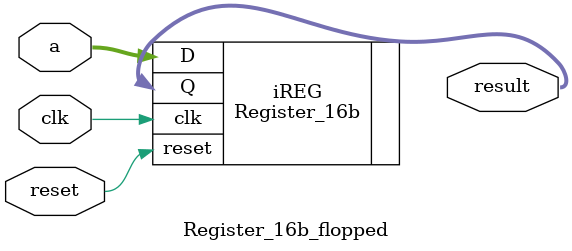
<source format=sv>
`default_nettype none

module Register_16b_flopped (
    input wire [15:0] a,
    input wire clk,          // Clock input for the flops
    input wire reset,        // Reset input for the flops
    output wire [15:0] result
);

    Register_16b iREG (
        .D(a),
        .reset(reset), 
        .clk(clk),         
        .Q(result)
    );

endmodule

`default_nettype wire
</source>
